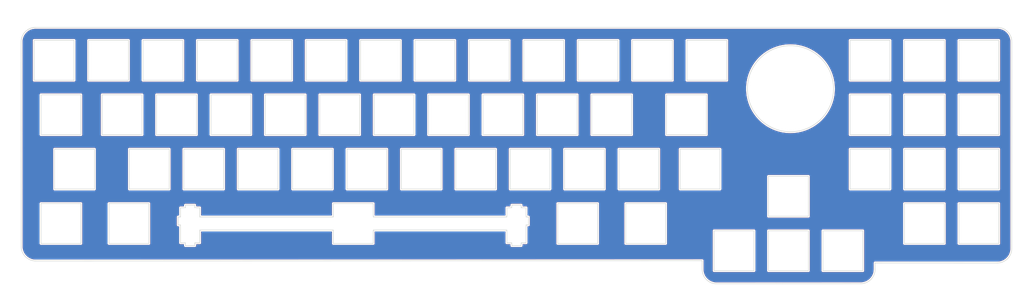
<source format=kicad_pcb>
(kicad_pcb (version 20221018) (generator pcbnew)
  (layers (0 "F.Cu" signal) (31 "B.Cu" signal) (34 "B.Paste" user) (35 "F.Paste" user) (36 "B.SilkS" user "B.Silkscreen") (37 "F.SilkS" user "F.Silkscreen") (38 "B.Mask" user) (39 "F.Mask" user) (44 "Edge.Cuts" user))
  (net 0 "")
  (gr_line (start 22.605996 59.919009) (end 8.605996 59.919009) (stroke (width 0.188976)) (layer "Edge.Cuts"))
  (gr_line (start 294.355977 117.070005) (end 294.355977 131.070005) (stroke (width 0.188976)) (layer "Edge.Cuts"))
  (gr_line (start 294.355977 131.070005) (end 308.355977 131.070005) (stroke (width 0.188976)) (layer "Edge.Cuts"))
  (gr_line (start 312.144978 57.78201) (end 312.336964 58.125009) (stroke (width 0.188976)) (layer "Edge.Cuts"))
  (gr_line (start 23.480996 117.62) (end 23.480996 118.540006) (stroke (width 0.188976)) (layer "Edge.Cuts"))
  (gr_line (start 204.48 137.06) (end 204.48 140.157521) (stroke (width 0.2)) (layer "Edge.Cuts"))
  (gr_line (start 99.092991 112.020006) (end 113.092991 112.020006) (stroke (width 0.188976)) (layer "Edge.Cuts"))
  (gr_line (start 27.655995 73.920007) (end 41.655995 73.920007) (stroke (width 0.188976)) (layer "Edge.Cuts"))
  (gr_line (start -29.019001 55.39401) (end 307.881978 55.395009) (stroke (width 0.188976)) (layer "Edge.Cuts"))
  (gr_line (start 117.855992 73.920007) (end 117.855992 59.919009) (stroke (width 0.188976)) (layer "Edge.Cuts"))
  (gr_line (start 136.055989 121.770002) (end 89.28098 121.770002) (stroke (width 0.188976)) (layer "Edge.Cuts"))
  (gr_arc (start -28.989792 137.157903) (mid -32.526013 135.694846) (end -33.991889 132.159793) (stroke (width 0.2)) (layer "Edge.Cuts"))
  (gr_line (start 308.355977 98.020006) (end 294.355977 98.020006) (stroke (width 0.188976)) (layer "Edge.Cuts"))
  (gr_line (start -29.802001 55.456009) (end -29.412001 55.410009) (stroke (width 0.188976)) (layer "Edge.Cuts"))
  (gr_line (start 227.680958 107.545007) (end 227.680958 121.545003) (stroke (width 0.188976)) (layer "Edge.Cuts"))
  (gr_line (start 191.961979 92.970006) (end 205.961979 92.970006) (stroke (width 0.188976)) (layer "Edge.Cuts"))
  (gr_line (start 141.955983 73.920007) (end 155.955983 73.920007) (stroke (width 0.188976)) (layer "Edge.Cuts"))
  (gr_line (start 165.767979 78.970008) (end 165.767979 92.970006) (stroke (width 0.188976)) (layer "Edge.Cuts"))
  (gr_line (start -28.989792 137.157903) (end 204.48 137.06) (stroke (width 0.2)) (layer "Edge.Cuts"))
  (gr_line (start 289.305958 98.020006) (end 275.305958 98.020006) (stroke (width 0.188976)) (layer "Edge.Cuts"))
  (gr_line (start 23.480996 130.840002) (end 23.480996 131.820005) (stroke (width 0.188976)) (layer "Edge.Cuts"))
  (gr_line (start 89.56699 78.970008) (end 89.56699 92.970006) (stroke (width 0.188976)) (layer "Edge.Cuts"))
  (gr_line (start 80.042996 98.020006) (end 80.042996 112.020006) (stroke (width 0.188976)) (layer "Edge.Cuts"))
  (gr_line (start -33.475 58.125009) (end -33.283 57.78201) (stroke (width 0.188976)) (layer "Edge.Cuts"))
  (gr_line (start 26.780995 117.62) (end 23.480996 117.62) (stroke (width 0.188976)) (layer "Edge.Cuts"))
  (gr_line (start 312.819966 59.612009) (end 312.865956 60.002009) (stroke (width 0.188976)) (layer "Edge.Cuts"))
  (gr_line (start 74.992993 98.020006) (end 60.992993 98.020006) (stroke (width 0.188976)) (layer "Edge.Cuts"))
  (gr_line (start 41.94299 112.020006) (end 55.94299 112.020006) (stroke (width 0.188976)) (layer "Edge.Cuts"))
  (gr_line (start 311.416981 56.85901) (end 311.683979 57.147009) (stroke (width 0.188976)) (layer "Edge.Cuts"))
  (gr_line (start 177.673985 117.070005) (end 177.673985 131.070005) (stroke (width 0.188976)) (layer "Edge.Cuts"))
  (gr_line (start 137.192982 98.020006) (end 137.192982 112.020006) (stroke (width 0.188976)) (layer "Edge.Cuts"))
  (gr_line (start -13.113002 78.970008) (end -27.113001 78.970008) (stroke (width 0.188976)) (layer "Edge.Cuts"))
  (gr_line (start 222.629963 126.594999) (end 208.630986 126.594999) (stroke (width 0.188976)) (layer "Edge.Cuts"))
  (gr_line (start 132.142979 98.020006) (end 118.142979 98.020006) (stroke (width 0.188976)) (layer "Edge.Cuts"))
  (gr_line (start 146.717991 92.970006) (end 160.717991 92.970006) (stroke (width 0.188976)) (layer "Edge.Cuts"))
  (gr_line (start 13.367997 92.970006) (end 27.367993 92.970006) (stroke (width 0.188976)) (layer "Edge.Cuts"))
  (gr_line (start -32.555 56.85901) (end -32.267001 56.592009) (stroke (width 0.188976)) (layer "Edge.Cuts"))
  (gr_line (start 270.25597 73.920007) (end 270.25597 59.919009) (stroke (width 0.188976)) (layer "Edge.Cuts"))
  (gr_line (start 99.092991 98.020006) (end 99.092991 112.020006) (stroke (width 0.188976)) (layer "Edge.Cuts"))
  (gr_line (start 155.955983 59.919009) (end 141.955983 59.919009) (stroke (width 0.188976)) (layer "Edge.Cuts"))
  (gr_line (start 241.680958 121.545003) (end 241.680958 107.545007) (stroke (width 0.188976)) (layer "Edge.Cuts"))
  (gr_line (start -31.632 56.13101) (end -31.289001 55.93901) (stroke (width 0.188976)) (layer "Edge.Cuts"))
  (gr_line (start 151.192982 98.020006) (end 137.192982 98.020006) (stroke (width 0.188976)) (layer "Edge.Cuts"))
  (gr_line (start 65.467991 78.970008) (end 51.467991 78.970008) (stroke (width 0.188976)) (layer "Edge.Cuts"))
  (gr_line (start 191.961979 78.970008) (end 191.961979 92.970006) (stroke (width 0.188976)) (layer "Edge.Cuts"))
  (gr_line (start -3.301002 117.070005) (end -3.301002 131.070005) (stroke (width 0.188976)) (layer "Edge.Cuts"))
  (gr_line (start 89.28098 121.770002) (end 89.28098 117.070005) (stroke (width 0.188976)) (layer "Edge.Cuts"))
  (gr_line (start 180.055989 59.919009) (end 180.055989 73.920007) (stroke (width 0.188976)) (layer "Edge.Cuts"))
  (gr_line (start 175.292988 112.020006) (end 189.292988 112.020006) (stroke (width 0.188976)) (layer "Edge.Cuts"))
  (gr_line (start 141.080983 117.62) (end 137.78098 117.62) (stroke (width 0.188976)) (layer "Edge.Cuts"))
  (gr_line (start 308.355977 73.920007) (end 308.355977 59.919009) (stroke (width 0.188976)) (layer "Edge.Cuts"))
  (gr_line (start 141.080983 130.840002) (end 142.805989 130.840002) (stroke (width 0.188976)) (layer "Edge.Cuts"))
  (gr_line (start 41.655995 59.919009) (end 27.655995 59.919009) (stroke (width 0.188976)) (layer "Edge.Cuts"))
  (gr_line (start 136.055989 118.540006) (end 136.055989 121.770002) (stroke (width 0.188976)) (layer "Edge.Cuts"))
  (gr_line (start 3.842995 112.020006) (end 17.842995 112.020006) (stroke (width 0.188976)) (layer "Edge.Cuts"))
  (gr_line (start 118.142979 98.020006) (end 118.142979 112.020006) (stroke (width 0.188976)) (layer "Edge.Cuts"))
  (gr_line (start 199.105992 73.920007) (end 213.105992 73.920007) (stroke (width 0.188976)) (layer "Edge.Cuts"))
  (gr_line (start 60.70599 59.919009) (end 46.70599 59.919009) (stroke (width 0.188976)) (layer "Edge.Cuts"))
  (gr_line (start 46.70599 59.919009) (end 46.70599 73.920007) (stroke (width 0.188976)) (layer "Edge.Cuts"))
  (gr_line (start 260.730977 126.594999) (end 246.730977 126.594999) (stroke (width 0.188976)) (layer "Edge.Cuts"))
  (gr_line (start 26.780995 118.540006) (end 26.780995 117.62) (stroke (width 0.188976)) (layer "Edge.Cuts"))
  (gr_line (start 55.94299 98.020006) (end 41.94299 98.020006) (stroke (width 0.188976)) (layer "Edge.Cuts"))
  (gr_line (start 208.630986 140.594999) (end 222.629963 140.594999) (stroke (width 0.188976)) (layer "Edge.Cuts"))
  (gr_line (start 227.680958 121.545003) (end 241.680958 121.545003) (stroke (width 0.188976)) (layer "Edge.Cuts"))
  (gr_line (start 165.767979 92.970006) (end 179.767979 92.970006) (stroke (width 0.188976)) (layer "Edge.Cuts"))
  (gr_line (start 75.280995 126.37) (end 75.280995 131.070005) (stroke (width 0.188976)) (layer "Edge.Cuts"))
  (gr_line (start 8.605996 73.920007) (end 22.605996 73.920007) (stroke (width 0.188976)) (layer "Edge.Cuts"))
  (gr_line (start 312.636982 58.849009) (end 312.74297 59.227009) (stroke (width 0.188976)) (layer "Edge.Cuts"))
  (gr_line (start 127.667988 78.970008) (end 127.667988 92.970006) (stroke (width 0.188976)) (layer "Edge.Cuts"))
  (gr_line (start 117.855992 59.919009) (end 103.855992 59.919009) (stroke (width 0.188976)) (layer "Edge.Cuts"))
  (gr_line (start 122.617985 78.970008) (end 108.617985 78.970008) (stroke (width 0.188976)) (layer "Edge.Cuts"))
  (gr_line (start 312.500966 58.481009) (end 312.636982 58.849009) (stroke (width 0.188976)) (layer "Edge.Cuts"))
  (gr_line (start 275.305958 98.020006) (end 275.305958 112.020006) (stroke (width 0.188976)) (layer "Edge.Cuts"))
  (gr_line (start 312.336964 58.125009) (end 312.500966 58.481009) (stroke (width 0.188976)) (layer "Edge.Cuts"))
  (gr_line (start 23.480996 118.540006) (end 21.755997 118.540006) (stroke (width 0.188976)) (layer "Edge.Cuts"))
  (gr_line (start 294.355977 73.920007) (end 308.355977 73.920007) (stroke (width 0.188976)) (layer "Edge.Cuts"))
  (gr_line (start 189.292988 98.020006) (end 175.292988 98.020006) (stroke (width 0.188976)) (layer "Edge.Cuts"))
  (gr_line (start -13.113002 131.070005) (end -13.113002 117.070005) (stroke (width 0.188976)) (layer "Edge.Cuts"))
  (gr_line (start 20.929997 124.570005) (end 21.755997 124.570005) (stroke (width 0.188976)) (layer "Edge.Cuts"))
  (gr_line (start 141.667988 78.970008) (end 127.667988 78.970008) (stroke (width 0.188976)) (layer "Edge.Cuts"))
  (gr_line (start 275.305958 73.920007) (end 289.305958 73.920007) (stroke (width 0.188976)) (layer "Edge.Cuts"))
  (gr_line (start -30.933001 55.77501) (end -30.565001 55.639009) (stroke (width 0.188976)) (layer "Edge.Cuts"))
  (gr_line (start 209.482479 145.15752) (end 260.002478 145.132477) (stroke (width 0.2)) (layer "Edge.Cuts"))
  (gr_line (start -27.113001 117.070005) (end -27.113001 131.070005) (stroke (width 0.188976)) (layer "Edge.Cuts"))
  (gr_line (start 256.25597 59.919009) (end 256.25597 73.920007) (stroke (width 0.188976)) (layer "Edge.Cuts"))
  (gr_line (start 8.317997 78.970008) (end -5.682003 78.970008) (stroke (width 0.188976)) (layer "Edge.Cuts"))
  (gr_line (start 65.754994 59.919009) (end 65.754994 73.920007) (stroke (width 0.188976)) (layer "Edge.Cuts"))
  (gr_line (start 289.305958 73.920007) (end 289.305958 59.919009) (stroke (width 0.188976)) (layer "Edge.Cuts"))
  (gr_line (start 10.698998 131.070005) (end 10.698998 117.070005) (stroke (width 0.188976)) (layer "Edge.Cuts"))
  (gr_line (start 27.367993 78.970008) (end 13.367997 78.970008) (stroke (width 0.188976)) (layer "Edge.Cuts"))
  (gr_line (start -31.958001 56.349009) (end -31.632 56.13101) (stroke (width 0.188976)) (layer "Edge.Cuts"))
  (gr_line (start 141.667988 92.970006) (end 141.667988 78.970008) (stroke (width 0.188976)) (layer "Edge.Cuts"))
  (gr_line (start 308.355977 112.020006) (end 308.355977 98.020006) (stroke (width 0.188976)) (layer "Edge.Cuts"))
  (gr_line (start 143.630986 124.570005) (end 143.630986 121.770002) (stroke (width 0.188976)) (layer "Edge.Cuts"))
  (gr_line (start -32.822001 57.147009) (end -32.555 56.85901) (stroke (width 0.188976)) (layer "Edge.Cuts"))
  (gr_line (start -22.351001 112.020006) (end -8.351001 112.020006) (stroke (width 0.188976)) (layer "Edge.Cuts"))
  (gr_line (start 160.717991 92.970006) (end 160.717991 78.970008) (stroke (width 0.188976)) (layer "Edge.Cuts"))
  (gr_line (start 55.94299 112.020006) (end 55.94299 98.020006) (stroke (width 0.188976)) (layer "Edge.Cuts"))
  (gr_line (start 142.805989 124.570005) (end 143.630986 124.570005) (stroke (width 0.188976)) (layer "Edge.Cuts"))
  (gr_line (start 265 137.85) (end 307.863942 137.86791) (stroke (width 0.2)) (layer "Edge.Cuts"))
  (gr_line (start -3.301002 131.070005) (end 10.698998 131.070005) (stroke (width 0.188976)) (layer "Edge.Cuts"))
  (gr_line (start 51.467991 78.970008) (end 51.467991 92.970006) (stroke (width 0.188976)) (layer "Edge.Cuts"))
  (gr_line (start 196.723988 98.020006) (end 196.723988 112.020006) (stroke (width 0.188976)) (layer "Edge.Cuts"))
  (gr_line (start 32.417996 78.970008) (end 32.417996 92.970006) (stroke (width 0.188976)) (layer "Edge.Cuts"))
  (gr_line (start 41.655995 73.920007) (end 41.655995 59.919009) (stroke (width 0.188976)) (layer "Edge.Cuts"))
  (gr_line (start 309.42696 55.639009) (end 309.794972 55.77501) (stroke (width 0.188976)) (layer "Edge.Cuts"))
  (gr_line (start 137.78098 118.540006) (end 136.055989 118.540006) (stroke (width 0.188976)) (layer "Edge.Cuts"))
  (gr_line (start 32.417996 92.970006) (end 46.417996 92.970006) (stroke (width 0.188976)) (layer "Edge.Cuts"))
  (gr_line (start -13.113002 117.070005) (end -27.113001 117.070005) (stroke (width 0.188976)) (layer "Edge.Cuts"))
  (gr_line (start 312.74297 59.227009) (end 312.819966 59.612009) (stroke (width 0.188976)) (layer "Edge.Cuts"))
  (gr_line (start 142.805989 118.540006) (end 141.080983 118.540006) (stroke (width 0.188976)) (layer "Edge.Cuts"))
  (gr_line (start 312.866031 132.868942) (end 312.88097 60.395009) (stroke (width 0.2)) (layer "Edge.Cuts"))
  (gr_line (start 94.042988 98.020006) (end 80.042996 98.020006) (stroke (width 0.188976)) (layer "Edge.Cuts"))
  (gr_line (start 310.150959 55.93901) (end 310.493977 56.13101) (stroke (width 0.188976)) (layer "Edge.Cuts"))
  (gr_arc (start 265 140.132478) (mid 263.53641 143.667136) (end 260.002478 145.132477) (stroke (width 0.2)) (layer "Edge.Cuts"))
  (gr_line (start -15.494003 73.920007) (end -15.494003 59.919009) (stroke (width 0.188976)) (layer "Edge.Cuts"))
  (gr_line (start -8.351001 98.020006) (end -22.351001 98.020006) (stroke (width 0.188976)) (layer "Edge.Cuts"))
  (gr_line (start 60.992993 98.020006) (end 60.992993 112.020006) (stroke (width 0.188976)) (layer "Edge.Cuts"))
  (gr_line (start -30.565001 55.639009) (end -30.187001 55.533009) (stroke (width 0.188976)) (layer "Edge.Cuts"))
  (gr_line (start 256.25597 73.920007) (end 270.25597 73.920007) (stroke (width 0.188976)) (layer "Edge.Cuts"))
  (gr_line (start 113.092991 112.020006) (end 113.092991 98.020006) (stroke (width 0.188976)) (layer "Edge.Cuts"))
  (gr_line (start 98.805989 73.920007) (end 98.805989 59.919009) (stroke (width 0.188976)) (layer "Edge.Cuts"))
  (gr_line (start 28.505993 121.770002) (end 28.505993 118.540006) (stroke (width 0.188976)) (layer "Edge.Cuts"))
  (gr_line (start 311.128956 56.592009) (end 311.416981 56.85901) (stroke (width 0.188976)) (layer "Edge.Cuts"))
  (gr_line (start 161.005986 59.919009) (end 161.005986 73.920007) (stroke (width 0.188976)) (layer "Edge.Cuts"))
  (gr_line (start 21.755997 124.570005) (end 21.755997 130.840002) (stroke (width 0.188976)) (layer "Edge.Cuts"))
  (gr_line (start 156.242985 112.020006) (end 170.242985 112.020006) (stroke (width 0.188976)) (layer "Edge.Cuts"))
  (gr_line (start 289.305958 131.070005) (end 289.305958 117.070005) (stroke (width 0.188976)) (layer "Edge.Cuts"))
  (gr_line (start 108.617985 92.970006) (end 122.617985 92.970006) (stroke (width 0.188976)) (layer "Edge.Cuts"))
  (gr_line (start 79.754994 59.919009) (end 65.754994 59.919009) (stroke (width 0.188976)) (layer "Edge.Cuts"))
  (gr_line (start -34.004001 60.002009) (end -33.958001 59.612009) (stroke (width 0.188976)) (layer "Edge.Cuts"))
  (gr_line (start 210.723988 112.020006) (end 210.723988 98.020006) (stroke (width 0.188976)) (layer "Edge.Cuts"))
  (gr_line (start -29.495001 73.920007) (end -15.494003 73.920007) (stroke (width 0.188976)) (layer "Edge.Cuts"))
  (gr_line (start 23.480996 131.820005) (end 26.780995 131.820005) (stroke (width 0.188976)) (layer "Edge.Cuts"))
  (gr_line (start 137.192982 112.020006) (end 151.192982 112.020006) (stroke (width 0.188976)) (layer "Edge.Cuts"))
  (gr_line (start 118.142979 112.020006) (end 132.142979 112.020006) (stroke (width 0.188976)) (layer "Edge.Cuts"))
  (gr_line (start 8.317997 92.970006) (end 8.317997 78.970008) (stroke (width 0.188976)) (layer "Edge.Cuts"))
  (gr_line (start 270.25597 59.919009) (end 256.25597 59.919009) (stroke (width 0.188976)) (layer "Edge.Cuts"))
  (gr_line (start 289.305958 59.919009) (end 275.305958 59.919009) (stroke (width 0.188976)) (layer "Edge.Cuts"))
  (gr_line (start 51.467991 92.970006) (end 65.467991 92.970006) (stroke (width 0.188976)) (layer "Edge.Cuts"))
  (gr_line (start 196.723988 112.020006) (end 210.723988 112.020006) (stroke (width 0.188976)) (layer "Edge.Cuts"))
  (gr_line (start 307.881978 55.395009) (end 308.273976 55.410009) (stroke (width 0.188976)) (layer "Edge.Cuts"))
  (gr_line (start 46.417996 78.970008) (end 32.417996 78.970008) (stroke (width 0.188976)) (layer "Edge.Cuts"))
  (gr_line (start 41.94299 98.020006) (end 41.94299 112.020006) (stroke (width 0.188976)) (layer "Edge.Cuts"))
  (gr_line (start 175.292988 98.020006) (end 175.292988 112.020006) (stroke (width 0.188976)) (layer "Edge.Cuts"))
  (gr_line (start 294.355977 112.020006) (end 308.355977 112.020006) (stroke (width 0.188976)) (layer "Edge.Cuts"))
  (gr_line (start 153.861989 131.070005) (end 167.861989 131.070005) (stroke (width 0.188976)) (layer "Edge.Cuts"))
  (gr_line (start 21.755997 118.540006) (end 21.755997 121.770002) (stroke (width 0.188976)) (layer "Edge.Cuts"))
  (gr_line (start 227.680958 126.594999) (end 227.680958 140.594999) (stroke (width 0.188976)) (layer "Edge.Cuts"))
  (gr_line (start 275.305958 117.070005) (end 275.305958 131.070005) (stroke (width 0.188976)) (layer "Edge.Cuts"))
  (gr_line (start 167.861989 131.070005) (end 167.861989 117.070005) (stroke (width 0.188976)) (layer "Edge.Cuts"))
  (gr_line (start 227.680958 140.594999) (end 241.680958 140.594999) (stroke (width 0.188976)) (layer "Edge.Cuts"))
  (gr_line (start 155.955983 73.920007) (end 155.955983 59.919009) (stroke (width 0.188976)) (layer "Edge.Cuts"))
  (gr_line (start -10.444002 59.919009) (end -10.444002 73.920007) (stroke (width 0.188976)) (layer "Edge.Cuts"))
  (gr_line (start -27.113001 78.970008) (end -27.113001 92.970006) (stroke (width 0.188976)) (layer "Edge.Cuts"))
  (gr_line (start 270.25597 92.970006) (end 270.25597 78.970008) (stroke (width 0.188976)) (layer "Edge.Cuts"))
  (gr_line (start -33.958001 59.612009) (end -33.881001 59.227009) (stroke (width 0.188976)) (layer "Edge.Cuts"))
  (gr_line (start 75.280995 121.770002) (end 28.505993 121.770002) (stroke (width 0.188976)) (layer "Edge.Cuts"))
  (gr_line (start 26.780995 130.840002) (end 28.505993 130.840002) (stroke (width 0.188976)) (layer "Edge.Cuts"))
  (gr_line (start 79.754994 73.920007) (end 79.754994 59.919009) (stroke (width 0.188976)) (layer "Edge.Cuts"))
  (gr_line (start 80.042996 112.020006) (end 94.042988 112.020006) (stroke (width 0.188976)) (layer "Edge.Cuts"))
  (gr_line (start 308.355977 92.970006) (end 308.355977 78.970008) (stroke (width 0.188976)) (layer "Edge.Cuts"))
  (gr_line (start 289.305958 78.970008) (end 275.305958 78.970008) (stroke (width 0.188976)) (layer "Edge.Cuts"))
  (gr_line (start 213.105992 59.919009) (end 199.105992 59.919009) (stroke (width 0.188976)) (layer "Edge.Cuts"))
  (gr_line (start 153.861989 117.070005) (end 153.861989 131.070005) (stroke (width 0.188976)) (layer "Edge.Cuts"))
  (gr_line (start 74.992993 112.020006) (end 74.992993 98.020006) (stroke (width 0.188976)) (layer "Edge.Cuts"))
  (gr_line (start 241.680958 140.594999) (end 241.680958 126.594999) (stroke (width 0.188976)) (layer "Edge.Cuts"))
  (gr_line (start 122.90598 59.919009) (end 122.90598 73.920007) (stroke (width 0.188976)) (layer "Edge.Cuts"))
  (gr_line (start 75.280995 117.070005) (end 75.280995 121.770002) (stroke (width 0.188976)) (layer "Edge.Cuts"))
  (gr_line (start 3.555996 59.919009) (end -10.444002 59.919009) (stroke (width 0.188976)) (layer "Edge.Cuts"))
  (gr_line (start -33.283 57.78201) (end -33.065001 57.456009) (stroke (width 0.188976)) (layer "Edge.Cuts"))
  (gr_line (start 310.493977 56.13101) (end 310.819966 56.349009) (stroke (width 0.188976)) (layer "Edge.Cuts"))
  (gr_line (start -27.113001 131.070005) (end -13.113002 131.070005) (stroke (width 0.188976)) (layer "Edge.Cuts"))
  (gr_line (start 113.092991 98.020006) (end 99.092991 98.020006) (stroke (width 0.188976)) (layer "Edge.Cuts"))
  (gr_line (start 275.305958 92.970006) (end 289.305958 92.970006) (stroke (width 0.188976)) (layer "Edge.Cuts"))
  (gr_line (start 70.517994 92.970006) (end 84.517994 92.970006) (stroke (width 0.188976)) (layer "Edge.Cuts"))
  (gr_line (start 108.617985 78.970008) (end 108.617985 92.970006) (stroke (width 0.188976)) (layer "Edge.Cuts"))
  (gr_line (start 241.680958 107.545007) (end 227.680958 107.545007) (stroke (width 0.188976)) (layer "Edge.Cuts"))
  (gr_line (start 275.305958 78.970008) (end 275.305958 92.970006) (stroke (width 0.188976)) (layer "Edge.Cuts"))
  (gr_line (start 28.505993 130.840002) (end 28.505993 126.37) (stroke (width 0.188976)) (layer "Edge.Cuts"))
  (gr_line (start 210.723988 98.020006) (end 196.723988 98.020006) (stroke (width 0.188976)) (layer "Edge.Cuts"))
  (gr_line (start 103.855992 59.919009) (end 103.855992 73.920007) (stroke (width 0.188976)) (layer "Edge.Cuts"))
  (gr_line (start 222.629963 140.594999) (end 222.629963 126.594999) (stroke (width 0.188976)) (layer "Edge.Cuts"))
  (gr_line (start 311.683979 57.147009) (end 311.92696 57.456009) (stroke (width 0.188976)) (layer "Edge.Cuts"))
  (gr_line (start 8.605996 59.919009) (end 8.605996 73.920007) (stroke (width 0.188976)) (layer "Edge.Cuts"))
  (gr_line (start 36.892994 98.020006) (end 22.892994 98.020006) (stroke (width 0.188976)) (layer "Edge.Cuts"))
  (gr_line (start 199.105992 59.919009) (end 199.105992 73.920007) (stroke (width 0.188976)) (layer "Edge.Cuts"))
  (gr_line (start 84.517994 78.970008) (end 70.517994 78.970008) (stroke (width 0.188976)) (layer "Edge.Cuts"))
  (gr_line (start -10.444002 73.920007) (end 3.555996 73.920007) (stroke (width 0.188976)) (layer "Edge.Cuts"))
  (gr_line (start -29.412001 55.410009) (end -29.019001 55.39401) (stroke (width 0.188976)) (layer "Edge.Cuts"))
  (gr_line (start 122.90598 73.920007) (end 136.90598 73.920007) (stroke (width 0.188976)) (layer "Edge.Cuts"))
  (gr_line (start 132.142979 112.020006) (end 132.142979 98.020006) (stroke (width 0.188976)) (layer "Edge.Cuts"))
  (gr_line (start -27.113001 92.970006) (end -13.113002 92.970006) (stroke (width 0.188976)) (layer "Edge.Cuts"))
  (gr_line (start 270.25597 112.020006) (end 270.25597 98.020006) (stroke (width 0.188976)) (layer "Edge.Cuts"))
  (gr_line (start 27.655995 59.919009) (end 27.655995 73.920007) (stroke (width 0.188976)) (layer "Edge.Cuts"))
  (gr_line (start 180.055989 73.920007) (end 194.055989 73.920007) (stroke (width 0.188976)) (layer "Edge.Cuts"))
  (gr_line (start 137.78098 130.840002) (end 137.78098 131.820005) (stroke (width 0.188976)) (layer "Edge.Cuts"))
  (gr_line (start 275.305958 59.919009) (end 275.305958 73.920007) (stroke (width 0.188976)) (layer "Edge.Cuts"))
  (gr_line (start 3.555996 73.920007) (end 3.555996 59.919009) (stroke (width 0.188976)) (layer "Edge.Cuts"))
  (gr_line (start 194.055989 59.919009) (end 180.055989 59.919009) (stroke (width 0.188976)) (layer "Edge.Cuts"))
  (gr_line (start 170.242985 112.020006) (end 170.242985 98.020006) (stroke (width 0.188976)) (layer "Edge.Cuts"))
  (gr_line (start 21.755997 121.770002) (end 20.929997 121.770002) (stroke (width 0.188976)) (layer "Edge.Cuts"))
  (gr_line (start 103.567982 92.970006) (end 103.567982 78.970008) (stroke (width 0.188976)) (layer "Edge.Cuts"))
  (gr_line (start 46.417996 92.970006) (end 46.417996 78.970008) (stroke (width 0.188976)) (layer "Edge.Cuts"))
  (gr_line (start -5.682003 78.970008) (end -5.682003 92.970006) (stroke (width 0.188976)) (layer "Edge.Cuts"))
  (gr_line (start -33.991889 132.159793) (end -34.019001 60.395009) (stroke (width 0.2)) (layer "Edge.Cuts"))
  (gr_line (start 136.90598 59.919009) (end 122.90598 59.919009) (stroke (width 0.188976)) (layer "Edge.Cuts"))
  (gr_line (start 175.005986 73.920007) (end 175.005986 59.919009) (stroke (width 0.188976)) (layer "Edge.Cuts"))
  (gr_line (start -13.113002 92.970006) (end -13.113002 78.970008) (stroke (width 0.188976)) (layer "Edge.Cuts"))
  (gr_line (start 136.055989 126.37) (end 136.055989 130.840002) (stroke (width 0.188976)) (layer "Edge.Cuts"))
  (gr_line (start 167.861989 117.070005) (end 153.861989 117.070005) (stroke (width 0.188976)) (layer "Edge.Cuts"))
  (gr_arc (start 312.866031 132.868942) (mid 311.40046 136.404552) (end 307.863942 137.86791) (stroke (width 0.2)) (layer "Edge.Cuts"))
  (gr_line (start 146.717991 78.970008) (end 146.717991 92.970006) (stroke (width 0.188976)) (layer "Edge.Cuts"))
  (gr_line (start 142.805989 130.840002) (end 142.805989 124.570005) (stroke (width 0.188976)) (layer "Edge.Cuts"))
  (gr_line (start 205.961979 92.970006) (end 205.961979 78.970008) (stroke (width 0.188976)) (layer "Edge.Cuts"))
  (gr_line (start 26.780995 131.820005) (end 26.780995 130.840002) (stroke (width 0.188976)) (layer "Edge.Cuts"))
  (gr_line (start 191.673985 117.070005) (end 177.673985 117.070005) (stroke (width 0.188976)) (layer "Edge.Cuts"))
  (gr_line (start 275.305958 131.070005) (end 289.305958 131.070005) (stroke (width 0.188976)) (layer "Edge.Cuts"))
  (gr_line (start 136.055989 130.840002) (end 137.78098 130.840002) (stroke (width 0.188976)) (layer "Edge.Cuts"))
  (gr_line (start 22.892994 112.020006) (end 36.892994 112.020006) (stroke (width 0.188976)) (layer "Edge.Cuts"))
  (gr_line (start 256.25597 98.020006) (end 256.25597 112.020006) (stroke (width 0.188976)) (layer "Edge.Cuts"))
  (gr_line (start 127.667988 92.970006) (end 141.667988 92.970006) (stroke (width 0.188976)) (layer "Edge.Cuts"))
  (gr_line (start 270.25597 98.020006) (end 256.25597 98.020006) (stroke (width 0.188976)) (layer "Edge.Cuts"))
  (gr_line (start 189.292988 112.020006) (end 189.292988 98.020006) (stroke (width 0.188976)) (layer "Edge.Cuts"))
  (gr_line (start 65.754994 73.920007) (end 79.754994 73.920007) (stroke (width 0.188976)) (layer "Edge.Cuts"))
  (gr_line (start -22.351001 98.020006) (end -22.351001 112.020006) (stroke (width 0.188976)) (layer "Edge.Cuts"))
  (gr_line (start 175.005986 59.919009) (end 161.005986 59.919009) (stroke (width 0.188976)) (layer "Edge.Cuts"))
  (gr_line (start 28.505993 126.37) (end 75.280995 126.37) (stroke (width 0.188976)) (layer "Edge.Cuts"))
  (gr_line (start 289.305958 92.970006) (end 289.305958 78.970008) (stroke (width 0.188976)) (layer "Edge.Cuts"))
  (gr_line (start 160.717991 78.970008) (end 146.717991 78.970008) (stroke (width 0.188976)) (layer "Edge.Cuts"))
  (gr_line (start 103.855992 73.920007) (end 117.855992 73.920007) (stroke (width 0.188976)) (layer "Edge.Cuts"))
  (gr_circle (center 235.39 76.86) (end 234.66 61.79) (stroke (width 0.2)) (fill none) (layer "Edge.Cuts"))
  (gr_line (start -5.682003 92.970006) (end 8.317997 92.970006) (stroke (width 0.188976)) (layer "Edge.Cuts"))
  (gr_line (start 151.192982 112.020006) (end 151.192982 98.020006) (stroke (width 0.188976)) (layer "Edge.Cuts"))
  (gr_line (start -31.289001 55.93901) (end -30.933001 55.77501) (stroke (width 0.188976)) (layer "Edge.Cuts"))
  (gr_line (start 21.755997 130.840002) (end 23.480996 130.840002) (stroke (width 0.188976)) (layer "Edge.Cuts"))
  (gr_line (start 84.517994 92.970006) (end 84.517994 78.970008) (stroke (width 0.188976)) (layer "Edge.Cuts"))
  (gr_line (start 256.25597 78.970008) (end 256.25597 92.970006) (stroke (width 0.188976)) (layer "Edge.Cuts"))
  (gr_line (start 98.805989 59.919009) (end 84.804989 59.919009) (stroke (width 0.188976)) (layer "Edge.Cuts"))
  (gr_line (start 156.242985 98.020006) (end 156.242985 112.020006) (stroke (width 0.188976)) (layer "Edge.Cuts"))
  (gr_line (start 70.517994 78.970008) (end 70.517994 92.970006) (stroke (width 0.188976)) (layer "Edge.Cuts"))
  (gr_line (start 308.355977 131.070005) (end 308.355977 117.070005) (stroke (width 0.188976)) (layer "Edge.Cuts"))
  (gr_line (start 294.355977 59.919009) (end 294.355977 73.920007) (stroke (width 0.188976)) (layer "Edge.Cuts"))
  (gr_line (start 241.680958 126.594999) (end 227.680958 126.594999) (stroke (width 0.188976)) (layer "Edge.Cuts"))
  (gr_line (start 260.730977 140.594999) (end 260.730977 126.594999) (stroke (width 0.188976)) (layer "Edge.Cuts"))
  (gr_line (start 22.605996 73.920007) (end 22.605996 59.919009) (stroke (width 0.188976)) (layer "Edge.Cuts"))
  (gr_line (start 122.617985 92.970006) (end 122.617985 78.970008) (stroke (width 0.188976)) (layer "Edge.Cuts"))
  (gr_line (start -33.775001 58.849009) (end -33.639 58.481009) (stroke (width 0.188976)) (layer "Edge.Cuts"))
  (gr_line (start 309.794972 55.77501) (end 310.150959 55.93901) (stroke (width 0.188976)) (layer "Edge.Cuts"))
  (gr_line (start 312.865956 60.002009) (end 312.88097 60.395009) (stroke (width 0.188976)) (layer "Edge.Cuts"))
  (gr_line (start 213.105992 73.920007) (end 213.105992 59.919009) (stroke (width 0.188976)) (layer "Edge.Cuts"))
  (gr_line (start -15.494003 59.919009) (end -29.495001 59.919009) (stroke (width 0.188976)) (layer "Edge.Cuts"))
  (gr_line (start 3.842995 98.020006) (end 3.842995 112.020006) (stroke (width 0.188976)) (layer "Edge.Cuts"))
  (gr_line (start 65.467991 92.970006) (end 65.467991 78.970008) (stroke (width 0.188976)) (layer "Edge.Cuts"))
  (gr_line (start 289.305958 112.020006) (end 289.305958 98.020006) (stroke (width 0.188976)) (layer "Edge.Cuts"))
  (gr_line (start 275.305958 112.020006) (end 289.305958 112.020006) (stroke (width 0.188976)) (layer "Edge.Cuts"))
  (gr_line (start 89.28098 131.070005) (end 89.28098 126.37) (stroke (width 0.188976)) (layer "Edge.Cuts"))
  (gr_line (start 294.355977 78.970008) (end 294.355977 92.970006) (stroke (width 0.188976)) (layer "Edge.Cuts"))
  (gr_line (start 265 140.132478) (end 265 137.85) (stroke (width 0.2)) (layer "Edge.Cuts"))
  (gr_line (start 84.804989 73.920007) (end 98.805989 73.920007) (stroke (width 0.188976)) (layer "Edge.Cuts"))
  (gr_line (start 141.955983 59.919009) (end 141.955983 73.920007) (stroke (width 0.188976)) (layer "Edge.Cuts"))
  (gr_line (start 20.929997 121.770002) (end 20.929997 124.570005) (stroke (width 0.188976)) (layer "Edge.Cuts"))
  (gr_line (start 309.04897 55.533009) (end 309.42696 55.639009) (stroke (width 0.188976)) (layer "Edge.Cuts"))
  (gr_line (start 179.767979 78.970008) (end 165.767979 78.970008) (stroke (width 0.188976)) (layer "Edge.Cuts"))
  (gr_line (start 308.355977 117.070005) (end 294.355977 117.070005) (stroke (width 0.188976)) (layer "Edge.Cuts"))
  (gr_line (start 13.367997 78.970008) (end 13.367997 92.970006) (stroke (width 0.188976)) (layer "Edge.Cuts"))
  (gr_line (start 28.505993 118.540006) (end 26.780995 118.540006) (stroke (width 0.188976)) (layer "Edge.Cuts"))
  (gr_line (start 143.630986 121.770002) (end 142.805989 121.770002) (stroke (width 0.188976)) (layer "Edge.Cuts"))
  (gr_line (start 10.698998 117.070005) (end -3.301002 117.070005) (stroke (width 0.188976)) (layer "Edge.Cuts"))
  (gr_line (start 137.78098 117.62) (end 137.78098 118.540006) (stroke (width 0.188976)) (layer "Edge.Cuts"))
  (gr_arc (start 209.482479 145.15752) (mid 205.945336 143.693932) (end 204.48 140.157521) (stroke (width 0.2)) (layer "Edge.Cuts"))
  (gr_line (start 89.28098 117.070005) (end 75.280995 117.070005) (stroke (width 0.188976)) (layer "Edge.Cuts"))
  (gr_line (start 308.273976 55.410009) (end 308.66396 55.456009) (stroke (width 0.188976)) (layer "Edge.Cuts"))
  (gr_line (start 177.673985 131.070005) (end 191.673985 131.070005) (stroke (width 0.188976)) (layer "Edge.Cuts"))
  (gr_line (start 27.367993 92.970006) (end 27.367993 78.970008) (stroke (width 0.188976)) (layer "Edge.Cuts"))
  (gr_line (start 179.767979 92.970006) (end 179.767979 78.970008) (stroke (width 0.188976)) (layer "Edge.Cuts"))
  (gr_line (start 208.630986 126.594999) (end 208.630986 140.594999) (stroke (width 0.188976)) (layer "Edge.Cuts"))
  (gr_line (start 194.055989 73.920007) (end 194.055989 59.919009) (stroke (width 0.188976)) (layer "Edge.Cuts"))
  (gr_line (start 308.66396 55.456009) (end 309.04897 55.533009) (stroke (width 0.188976)) (layer "Edge.Cuts"))
  (gr_line (start 256.25597 92.970006) (end 270.25597 92.970006) (stroke (width 0.188976)) (layer "Edge.Cuts"))
  (gr_line (start 89.28098 126.37) (end 136.055989 126.37) (stroke (width 0.188976)) (layer "Edge.Cuts"))
  (gr_line (start 141.080983 118.540006) (end 141.080983 117.62) (stroke (width 0.188976)) (layer "Edge.Cuts"))
  (gr_line (start 191.673985 131.070005) (end 191.673985 117.070005) (stroke (width 0.188976)) (layer "Edge.Cuts"))
  (gr_line (start 310.819966 56.349009) (end 311.128956 56.592009) (stroke (width 0.188976)) (layer "Edge.Cuts"))
  (gr_line (start -30.187001 55.533009) (end -29.802001 55.456009) (stroke (width 0.188976)) (layer "Edge.Cuts"))
  (gr_line (start 308.355977 59.919009) (end 294.355977 59.919009) (stroke (width 0.188976)) (layer "Edge.Cuts"))
  (gr_line (start 46.70599 73.920007) (end 60.70599 73.920007) (stroke (width 0.188976)) (layer "Edge.Cuts"))
  (gr_line (start -33.639 58.481009) (end -33.475 58.125009) (stroke (width 0.188976)) (layer "Edge.Cuts"))
  (gr_line (start -29.495001 59.919009) (end -29.495001 73.920007) (stroke (width 0.188976)) (layer "Edge.Cuts"))
  (gr_line (start 142.805989 121.770002) (end 142.805989 118.540006) (stroke (width 0.188976)) (layer "Edge.Cuts"))
  (gr_line (start 60.70599 73.920007) (end 60.70599 59.919009) (stroke (width 0.188976)) (layer "Edge.Cuts"))
  (gr_line (start 94.042988 112.020006) (end 94.042988 98.020006) (stroke (width 0.188976)) (layer "Edge.Cuts"))
  (gr_line (start -32.267001 56.592009) (end -31.958001 56.349009) (stroke (width 0.188976)) (layer "Edge.Cuts"))
  (gr_line (start -34.019001 60.395009) (end -34.004001 60.002009) (stroke (width 0.188976)) (layer "Edge.Cuts"))
  (gr_line (start 270.25597 78.970008) (end 256.25597 78.970008) (stroke (width 0.188976)) (layer "Edge.Cuts"))
  (gr_line (start 161.005986 73.920007) (end 175.005986 73.920007) (stroke (width 0.188976)) (layer "Edge.Cuts"))
  (gr_line (start 294.355977 92.970006) (end 308.355977 92.970006) (stroke (width 0.188976)) (layer "Edge.Cuts"))
  (gr_line (start 141.080983 131.820005) (end 141.080983 130.840002) (stroke (width 0.188976)) (layer "Edge.Cuts"))
  (gr_line (start 84.804989 59.919009) (end 84.804989 73.920007) (stroke (width 0.188976)) (layer "Edge.Cuts"))
  (gr_line (start 75.280995 131.070005) (end 89.28098 131.070005) (stroke (width 0.188976)) (layer "Edge.Cuts"))
  (gr_line (start 294.355977 98.020006) (end 294.355977 112.020006) (stroke (width 0.188976)) (layer "Edge.Cuts"))
  (gr_line (start -8.351001 112.020006) (end -8.351001 98.020006) (stroke (width 0.188976)) (layer "Edge.Cuts"))
  (gr_line (start 22.892994 98.020006) (end 22.892994 112.020006) (stroke (width 0.188976)) (layer "Edge.Cuts"))
  (gr_line (start 103.567982 78.970008) (end 89.56699 78.970008) (stroke (width 0.188976)) (layer "Edge.Cuts"))
  (gr_line (start 136.90598 73.920007) (end 136.90598 59.919009) (stroke (width 0.188976)) (layer "Edge.Cuts"))
  (gr_line (start 256.25597 112.020006) (end 270.25597 112.020006) (stroke (width 0.188976)) (layer "Edge.Cuts"))
  (gr_line (start 246.730977 140.594999) (end 260.730977 140.594999) (stroke (width 0.188976)) (layer "Edge.Cuts"))
  (gr_line (start 137.78098 131.820005) (end 141.080983 131.820005) (stroke (width 0.188976)) (layer "Edge.Cuts"))
  (gr_line (start 17.842995 112.020006) (end 17.842995 98.020006) (stroke (width 0.188976)) (layer "Edge.Cuts"))
  (gr_line (start -33.065001 57.456009) (end -32.822001 57.147009) (stroke (width 0.188976)) (layer "Edge.Cuts"))
  (gr_line (start 170.242985 98.020006) (end 156.242985 98.020006) (stroke (width 0.188976)) (layer "Edge.Cuts"))
  (gr_line (start 205.961979 78.970008) (end 191.961979 78.970008) (stroke (width 0.188976)) (layer "Edge.Cuts"))
  (gr_line (start 17.842995 98.020006) (end 3.842995 98.020006) (stroke (width 0.188976)) (layer "Edge.Cuts"))
  (gr_line (start 308.355977 78.970008) (end 294.355977 78.970008) (stroke (width 0.188976)) (layer "Edge.Cuts"))
  (gr_line (start 89.56699 92.970006) (end 103.567982 92.970006) (stroke (width 0.188976)) (layer "Edge.Cuts"))
  (gr_line (start 246.730977 126.594999) (end 246.730977 140.594999) (stroke (width 0.188976)) (layer "Edge.Cuts"))
  (gr_line (start 311.92696 57.456009) (end 312.144978 57.78201) (stroke (width 0.188976)) (layer "Edge.Cuts"))
  (gr_line (start -33.881001 59.227009) (end -33.775001 58.849009) (stroke (width 0.188976)) (layer "Edge.Cuts"))
  (gr_line (start 60.992993 112.020006) (end 74.992993 112.020006) (stroke (width 0.188976)) (layer "Edge.Cuts"))
  (gr_line (start 36.892994 112.020006) (end 36.892994 98.020006) (stroke (width 0.188976)) (layer "Edge.Cuts"))
  (gr_line (start 289.305958 117.070005) (end 275.305958 117.070005) (stroke (width 0.188976)) (layer "Edge.Cuts"))
  (zone (net 0) (net_name "") (layer "F.Cu") (connect_pads (clearance 0.5)) (min_thickness 0.25) (fill yes (thermal_gap 0.5) (thermal_bridge_width 0.5) (island_removal_mode 1) (island_area_min 10))
    (polygon (pts (xy -41.2 46.3) (xy 316.66 45.79) (xy 317.18 149.86) (xy -41.45 149.86)))
  )
  (zone (net 0) (net_name "") (layer "B.Cu") (priority 1) (connect_pads (clearance 0.5)) (min_thickness 0.25) (fill yes (thermal_gap 0.5) (thermal_bridge_width 0.5) (island_removal_mode 1) (island_area_min 10))
    (polygon (pts (xy -41.2 46.3) (xy 316.66 45.79) (xy 317.18 149.86) (xy -41.45 149.86)))
  )
)
</source>
